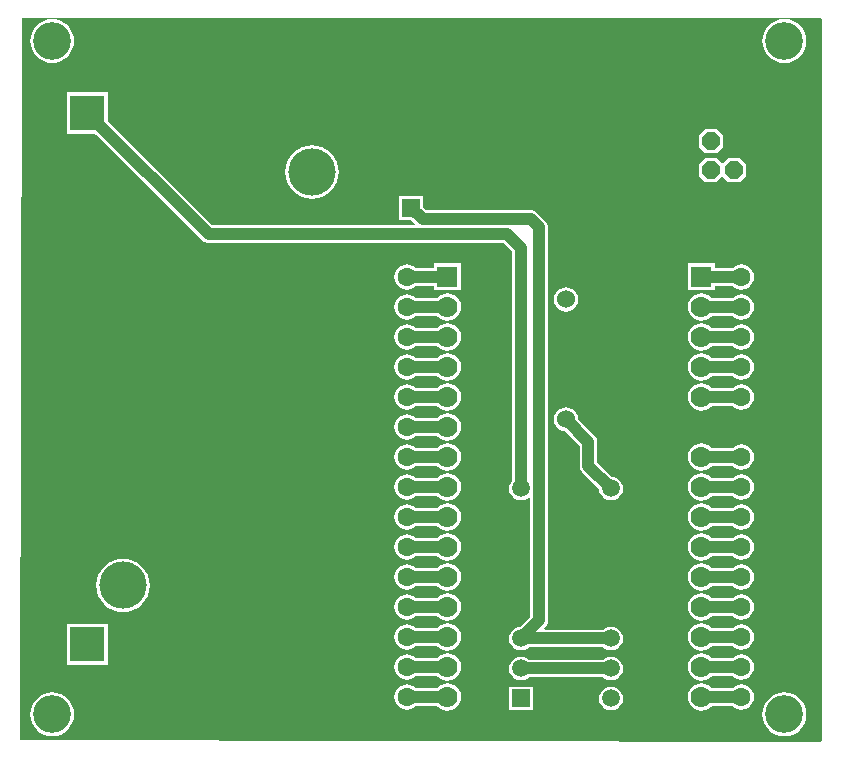
<source format=gbl>
G04 Layer_Physical_Order=2*
G04 Layer_Color=11436288*
%FSLAX24Y24*%
%MOIN*%
G70*
G01*
G75*
%ADD10C,0.0394*%
%ADD12C,0.0600*%
%ADD13R,0.0600X0.0600*%
%ADD14O,0.1969X0.1181*%
%ADD15P,0.0639X8X112.5*%
%ADD16C,0.0700*%
%ADD17R,0.0700X0.0700*%
%ADD18R,0.0591X0.0591*%
%ADD19C,0.0591*%
%ADD20C,0.0630*%
%ADD21C,0.1575*%
%ADD22R,0.1181X0.1181*%
%ADD23C,0.1260*%
G36*
X49297Y34212D02*
X49268Y10138D01*
X49233Y10103D01*
X22588Y10152D01*
X22553Y10187D01*
X22602Y34248D01*
X23616D01*
X23618Y34205D01*
X23618Y34200D01*
D01*
X23619Y34199D01*
X23579Y34194D01*
X23578Y34194D01*
X23578D01*
X23479Y34184D01*
X23341Y34142D01*
X23215Y34074D01*
X23103Y33983D01*
X23012Y33872D01*
X22944Y33745D01*
X22903Y33608D01*
X22889Y33465D01*
X22903Y33321D01*
X22944Y33184D01*
X23012Y33057D01*
X23103Y32946D01*
X23215Y32855D01*
X23341Y32787D01*
X23479Y32745D01*
X23622Y32731D01*
X23765Y32745D01*
X23903Y32787D01*
X24030Y32855D01*
X24141Y32946D01*
X24232Y33057D01*
X24300Y33184D01*
X24341Y33321D01*
X24355Y33465D01*
X24341Y33608D01*
X24300Y33745D01*
X24232Y33872D01*
X24141Y33983D01*
X24030Y34074D01*
X23903Y34142D01*
X23765Y34184D01*
X23666Y34194D01*
X23666D01*
X23665Y34194D01*
X23626Y34199D01*
X23626Y34200D01*
Y34200D01*
X23626Y34205D01*
X23628Y34248D01*
X48026D01*
X48028Y34205D01*
X48028Y34200D01*
D01*
X48028Y34199D01*
X47988Y34194D01*
X47987Y34194D01*
X47987D01*
X47888Y34184D01*
X47751Y34142D01*
X47624Y34074D01*
X47513Y33983D01*
X47422Y33872D01*
X47354Y33745D01*
X47312Y33608D01*
X47298Y33465D01*
X47312Y33321D01*
X47354Y33184D01*
X47422Y33057D01*
X47513Y32946D01*
X47624Y32855D01*
X47751Y32787D01*
X47888Y32745D01*
X48032Y32731D01*
X48175Y32745D01*
X48312Y32787D01*
X48439Y32855D01*
X48550Y32946D01*
X48641Y33057D01*
X48709Y33184D01*
X48751Y33321D01*
X48765Y33465D01*
X48751Y33608D01*
X48709Y33745D01*
X48641Y33872D01*
X48550Y33983D01*
X48439Y34074D01*
X48312Y34142D01*
X48175Y34184D01*
X48076Y34194D01*
X48076D01*
X48075Y34194D01*
X48035Y34199D01*
X48035Y34200D01*
Y34200D01*
X48035Y34205D01*
X48037Y34248D01*
X49262D01*
X49297Y34212D01*
D02*
G37*
%LPC*%
G36*
X25981Y16210D02*
X25807Y16193D01*
X25640Y16142D01*
X25486Y16060D01*
X25351Y15949D01*
X25240Y15814D01*
X25157Y15660D01*
X25107Y15492D01*
X25089Y15318D01*
X25107Y15145D01*
X25157Y14977D01*
X25240Y14823D01*
X25351Y14688D01*
X25486Y14577D01*
X25640Y14495D01*
X25807Y14444D01*
X25981Y14427D01*
X26155Y14444D01*
X26322Y14495D01*
X26477Y14577D01*
X26612Y14688D01*
X26723Y14823D01*
X26805Y14977D01*
X26856Y15145D01*
X26873Y15318D01*
X26856Y15492D01*
X26805Y15660D01*
X26723Y15814D01*
X26612Y15949D01*
X26477Y16060D01*
X26322Y16142D01*
X26155Y16193D01*
X25981Y16210D01*
D02*
G37*
G36*
X36800Y15054D02*
X36683Y15038D01*
X36573Y14993D01*
X36479Y14921D01*
X36463Y14899D01*
X35741D01*
X35659Y14962D01*
X35558Y15004D01*
X35450Y15019D01*
X35342Y15004D01*
X35241Y14962D01*
X35154Y14896D01*
X35088Y14809D01*
X35046Y14708D01*
X35031Y14600D01*
X35046Y14492D01*
X35088Y14391D01*
X35154Y14304D01*
X35241Y14238D01*
X35342Y14196D01*
X35450Y14181D01*
X35558Y14196D01*
X35659Y14238D01*
X35741Y14301D01*
X36463D01*
X36479Y14279D01*
X36573Y14207D01*
X36683Y14162D01*
X36800Y14146D01*
X36917Y14162D01*
X37027Y14207D01*
X37121Y14279D01*
X37193Y14373D01*
X37238Y14483D01*
X37254Y14600D01*
X37238Y14717D01*
X37193Y14827D01*
X37121Y14921D01*
X37027Y14993D01*
X36917Y15038D01*
X36800Y15054D01*
D02*
G37*
G36*
X45265D02*
X45147Y15038D01*
X45038Y14993D01*
X44944Y14921D01*
X44871Y14827D01*
X44826Y14717D01*
X44811Y14600D01*
X44826Y14483D01*
X44871Y14373D01*
X44944Y14279D01*
X45038Y14207D01*
X45147Y14162D01*
X45265Y14146D01*
X45382Y14162D01*
X45491Y14207D01*
X45585Y14279D01*
X45602Y14301D01*
X46309D01*
X46391Y14238D01*
X46492Y14196D01*
X46600Y14181D01*
X46708Y14196D01*
X46809Y14238D01*
X46896Y14304D01*
X46962Y14391D01*
X47004Y14492D01*
X47019Y14600D01*
X47004Y14708D01*
X46962Y14809D01*
X46896Y14896D01*
X46809Y14962D01*
X46708Y15004D01*
X46600Y15019D01*
X46492Y15004D01*
X46391Y14962D01*
X46309Y14899D01*
X45602D01*
X45585Y14921D01*
X45491Y14993D01*
X45382Y15038D01*
X45265Y15054D01*
D02*
G37*
G36*
Y14054D02*
X45147Y14038D01*
X45038Y13993D01*
X44944Y13921D01*
X44871Y13827D01*
X44826Y13717D01*
X44811Y13600D01*
X44826Y13483D01*
X44871Y13373D01*
X44944Y13279D01*
X45038Y13207D01*
X45147Y13162D01*
X45265Y13146D01*
X45382Y13162D01*
X45491Y13207D01*
X45585Y13279D01*
X45602Y13301D01*
X46309D01*
X46391Y13238D01*
X46492Y13196D01*
X46600Y13181D01*
X46708Y13196D01*
X46809Y13238D01*
X46896Y13304D01*
X46962Y13391D01*
X47004Y13492D01*
X47019Y13600D01*
X47004Y13708D01*
X46962Y13809D01*
X46896Y13896D01*
X46809Y13962D01*
X46708Y14004D01*
X46600Y14019D01*
X46492Y14004D01*
X46391Y13962D01*
X46309Y13899D01*
X45602D01*
X45585Y13921D01*
X45491Y13993D01*
X45382Y14038D01*
X45265Y14054D01*
D02*
G37*
G36*
X36800D02*
X36683Y14038D01*
X36573Y13993D01*
X36479Y13921D01*
X36463Y13899D01*
X35741D01*
X35659Y13962D01*
X35558Y14004D01*
X35450Y14019D01*
X35342Y14004D01*
X35241Y13962D01*
X35154Y13896D01*
X35088Y13809D01*
X35046Y13708D01*
X35031Y13600D01*
X35046Y13492D01*
X35088Y13391D01*
X35154Y13304D01*
X35241Y13238D01*
X35342Y13196D01*
X35450Y13181D01*
X35558Y13196D01*
X35659Y13238D01*
X35741Y13301D01*
X36463D01*
X36479Y13279D01*
X36573Y13207D01*
X36683Y13162D01*
X36800Y13146D01*
X36917Y13162D01*
X37027Y13207D01*
X37121Y13279D01*
X37193Y13373D01*
X37238Y13483D01*
X37254Y13600D01*
X37238Y13717D01*
X37193Y13827D01*
X37121Y13921D01*
X37027Y13993D01*
X36917Y14038D01*
X36800Y14054D01*
D02*
G37*
G36*
Y17054D02*
X36683Y17038D01*
X36573Y16993D01*
X36479Y16921D01*
X36463Y16899D01*
X35741D01*
X35659Y16962D01*
X35558Y17004D01*
X35450Y17019D01*
X35342Y17004D01*
X35241Y16962D01*
X35154Y16896D01*
X35088Y16809D01*
X35046Y16708D01*
X35031Y16600D01*
X35046Y16492D01*
X35088Y16391D01*
X35154Y16304D01*
X35241Y16238D01*
X35342Y16196D01*
X35450Y16181D01*
X35558Y16196D01*
X35659Y16238D01*
X35741Y16301D01*
X36463D01*
X36479Y16279D01*
X36573Y16207D01*
X36683Y16162D01*
X36800Y16146D01*
X36917Y16162D01*
X37027Y16207D01*
X37121Y16279D01*
X37193Y16373D01*
X37238Y16483D01*
X37254Y16600D01*
X37238Y16717D01*
X37193Y16827D01*
X37121Y16921D01*
X37027Y16993D01*
X36917Y17038D01*
X36800Y17054D01*
D02*
G37*
G36*
X45265Y18054D02*
X45147Y18038D01*
X45038Y17993D01*
X44944Y17921D01*
X44871Y17827D01*
X44826Y17717D01*
X44811Y17600D01*
X44826Y17483D01*
X44871Y17373D01*
X44944Y17279D01*
X45038Y17207D01*
X45147Y17162D01*
X45265Y17146D01*
X45382Y17162D01*
X45491Y17207D01*
X45585Y17279D01*
X45602Y17301D01*
X46309D01*
X46391Y17238D01*
X46492Y17196D01*
X46600Y17181D01*
X46708Y17196D01*
X46809Y17238D01*
X46896Y17304D01*
X46962Y17391D01*
X47004Y17492D01*
X47019Y17600D01*
X47004Y17708D01*
X46962Y17809D01*
X46896Y17896D01*
X46809Y17962D01*
X46708Y18004D01*
X46600Y18019D01*
X46492Y18004D01*
X46391Y17962D01*
X46309Y17899D01*
X45602D01*
X45585Y17921D01*
X45491Y17993D01*
X45382Y18038D01*
X45265Y18054D01*
D02*
G37*
G36*
Y17054D02*
X45147Y17038D01*
X45038Y16993D01*
X44944Y16921D01*
X44871Y16827D01*
X44826Y16717D01*
X44811Y16600D01*
X44826Y16483D01*
X44871Y16373D01*
X44944Y16279D01*
X45038Y16207D01*
X45147Y16162D01*
X45265Y16146D01*
X45382Y16162D01*
X45491Y16207D01*
X45585Y16279D01*
X45602Y16301D01*
X46309D01*
X46391Y16238D01*
X46492Y16196D01*
X46600Y16181D01*
X46708Y16196D01*
X46809Y16238D01*
X46896Y16304D01*
X46962Y16391D01*
X47004Y16492D01*
X47019Y16600D01*
X47004Y16708D01*
X46962Y16809D01*
X46896Y16896D01*
X46809Y16962D01*
X46708Y17004D01*
X46600Y17019D01*
X46492Y17004D01*
X46391Y16962D01*
X46309Y16899D01*
X45602D01*
X45585Y16921D01*
X45491Y16993D01*
X45382Y17038D01*
X45265Y17054D01*
D02*
G37*
G36*
Y16054D02*
X45147Y16038D01*
X45038Y15993D01*
X44944Y15921D01*
X44871Y15827D01*
X44826Y15717D01*
X44811Y15600D01*
X44826Y15483D01*
X44871Y15373D01*
X44944Y15279D01*
X45038Y15207D01*
X45147Y15162D01*
X45265Y15146D01*
X45382Y15162D01*
X45491Y15207D01*
X45585Y15279D01*
X45602Y15301D01*
X46309D01*
X46391Y15238D01*
X46492Y15196D01*
X46600Y15181D01*
X46708Y15196D01*
X46809Y15238D01*
X46896Y15304D01*
X46962Y15391D01*
X47004Y15492D01*
X47019Y15600D01*
X47004Y15708D01*
X46962Y15809D01*
X46896Y15896D01*
X46809Y15962D01*
X46708Y16004D01*
X46600Y16019D01*
X46492Y16004D01*
X46391Y15962D01*
X46309Y15899D01*
X45602D01*
X45585Y15921D01*
X45491Y15993D01*
X45382Y16038D01*
X45265Y16054D01*
D02*
G37*
G36*
X36800D02*
X36683Y16038D01*
X36573Y15993D01*
X36479Y15921D01*
X36463Y15899D01*
X35741D01*
X35659Y15962D01*
X35558Y16004D01*
X35450Y16019D01*
X35342Y16004D01*
X35241Y15962D01*
X35154Y15896D01*
X35088Y15809D01*
X35046Y15708D01*
X35031Y15600D01*
X35046Y15492D01*
X35088Y15391D01*
X35154Y15304D01*
X35241Y15238D01*
X35342Y15196D01*
X35450Y15181D01*
X35558Y15196D01*
X35659Y15238D01*
X35741Y15301D01*
X36463D01*
X36479Y15279D01*
X36573Y15207D01*
X36683Y15162D01*
X36800Y15146D01*
X36917Y15162D01*
X37027Y15207D01*
X37121Y15279D01*
X37193Y15373D01*
X37238Y15483D01*
X37254Y15600D01*
X37238Y15717D01*
X37193Y15827D01*
X37121Y15921D01*
X37027Y15993D01*
X36917Y16038D01*
X36800Y16054D01*
D02*
G37*
G36*
X25491Y31757D02*
X24109D01*
Y30376D01*
X25067D01*
X28625Y26818D01*
X28687Y26771D01*
X28738Y26750D01*
X28759Y26741D01*
X28837Y26731D01*
X38676D01*
X38951Y26456D01*
Y18809D01*
X38905Y18749D01*
X38865Y18653D01*
X38851Y18550D01*
X38865Y18447D01*
X38905Y18351D01*
X38968Y18268D01*
X39051Y18205D01*
X39147Y18165D01*
X39250Y18151D01*
X39353Y18165D01*
X39449Y18205D01*
X39501Y18244D01*
X39551Y18219D01*
Y14274D01*
X39221Y13945D01*
X39147Y13935D01*
X39051Y13895D01*
X38968Y13832D01*
X38905Y13749D01*
X38865Y13653D01*
X38851Y13550D01*
X38865Y13447D01*
X38905Y13351D01*
X38968Y13268D01*
X39051Y13205D01*
X39147Y13165D01*
X39250Y13151D01*
X39353Y13165D01*
X39449Y13205D01*
X39509Y13251D01*
X41991D01*
X42051Y13205D01*
X42147Y13165D01*
X42250Y13151D01*
X42353Y13165D01*
X42449Y13205D01*
X42532Y13268D01*
X42595Y13351D01*
X42635Y13447D01*
X42649Y13550D01*
X42635Y13653D01*
X42595Y13749D01*
X42532Y13832D01*
X42449Y13895D01*
X42353Y13935D01*
X42250Y13949D01*
X42147Y13935D01*
X42051Y13895D01*
X41991Y13849D01*
X40038D01*
X40019Y13896D01*
X40062Y13938D01*
X40109Y14000D01*
X40122Y14030D01*
X40139Y14073D01*
X40149Y14150D01*
Y27250D01*
X40139Y27327D01*
X40130Y27349D01*
X40109Y27400D01*
X40062Y27462D01*
X39782Y27742D01*
X39720Y27789D01*
X39669Y27810D01*
X39647Y27819D01*
X39570Y27829D01*
X36094D01*
X36000Y27923D01*
Y28300D01*
X35200D01*
Y27500D01*
X35577D01*
X35701Y27376D01*
X35682Y27329D01*
X28961D01*
X25491Y30799D01*
Y31757D01*
D02*
G37*
G36*
X39645Y11945D02*
X38855D01*
Y11155D01*
X39645D01*
Y11945D01*
D02*
G37*
G36*
X45265Y12054D02*
X45147Y12038D01*
X45038Y11993D01*
X44944Y11921D01*
X44871Y11827D01*
X44826Y11717D01*
X44811Y11600D01*
X44826Y11483D01*
X44871Y11373D01*
X44944Y11279D01*
X45038Y11207D01*
X45147Y11162D01*
X45265Y11146D01*
X45382Y11162D01*
X45491Y11207D01*
X45585Y11279D01*
X45602Y11301D01*
X46309D01*
X46391Y11238D01*
X46492Y11196D01*
X46600Y11181D01*
X46708Y11196D01*
X46809Y11238D01*
X46896Y11304D01*
X46962Y11391D01*
X47004Y11492D01*
X47019Y11600D01*
X47004Y11708D01*
X46962Y11809D01*
X46896Y11896D01*
X46809Y11962D01*
X46708Y12004D01*
X46600Y12019D01*
X46492Y12004D01*
X46391Y11962D01*
X46309Y11899D01*
X45602D01*
X45585Y11921D01*
X45491Y11993D01*
X45382Y12038D01*
X45265Y12054D01*
D02*
G37*
G36*
X42250Y11949D02*
X42147Y11935D01*
X42051Y11895D01*
X41968Y11832D01*
X41905Y11749D01*
X41865Y11653D01*
X41851Y11550D01*
X41865Y11447D01*
X41905Y11351D01*
X41968Y11268D01*
X42051Y11205D01*
X42147Y11165D01*
X42250Y11151D01*
X42353Y11165D01*
X42449Y11205D01*
X42532Y11268D01*
X42595Y11351D01*
X42635Y11447D01*
X42649Y11550D01*
X42635Y11653D01*
X42595Y11749D01*
X42532Y11832D01*
X42449Y11895D01*
X42353Y11935D01*
X42250Y11949D01*
D02*
G37*
G36*
X23622Y11757D02*
X23479Y11743D01*
X23341Y11701D01*
X23215Y11633D01*
X23103Y11542D01*
X23012Y11431D01*
X22944Y11304D01*
X22903Y11167D01*
X22889Y11024D01*
X22903Y10881D01*
X22944Y10743D01*
X23012Y10616D01*
X23103Y10505D01*
X23215Y10414D01*
X23341Y10346D01*
X23479Y10304D01*
X23622Y10290D01*
X23765Y10304D01*
X23903Y10346D01*
X24030Y10414D01*
X24141Y10505D01*
X24232Y10616D01*
X24300Y10743D01*
X24341Y10881D01*
X24355Y11024D01*
X24341Y11167D01*
X24300Y11304D01*
X24232Y11431D01*
X24141Y11542D01*
X24030Y11633D01*
X23903Y11701D01*
X23765Y11743D01*
X23622Y11757D01*
D02*
G37*
G36*
X48032D02*
X47888Y11743D01*
X47751Y11701D01*
X47624Y11633D01*
X47513Y11542D01*
X47422Y11431D01*
X47354Y11304D01*
X47312Y11167D01*
X47298Y11024D01*
X47312Y10881D01*
X47354Y10743D01*
X47422Y10616D01*
X47513Y10505D01*
X47624Y10414D01*
X47751Y10346D01*
X47888Y10304D01*
X48032Y10290D01*
X48175Y10304D01*
X48312Y10346D01*
X48439Y10414D01*
X48550Y10505D01*
X48641Y10616D01*
X48709Y10743D01*
X48751Y10881D01*
X48765Y11024D01*
X48751Y11167D01*
X48709Y11304D01*
X48641Y11431D01*
X48550Y11542D01*
X48439Y11633D01*
X48312Y11701D01*
X48175Y11743D01*
X48032Y11757D01*
D02*
G37*
G36*
X42250Y12949D02*
X42147Y12935D01*
X42051Y12895D01*
X41991Y12849D01*
X39509D01*
X39449Y12895D01*
X39353Y12935D01*
X39250Y12949D01*
X39147Y12935D01*
X39051Y12895D01*
X38968Y12832D01*
X38905Y12749D01*
X38865Y12653D01*
X38851Y12550D01*
X38865Y12447D01*
X38905Y12351D01*
X38968Y12268D01*
X39051Y12205D01*
X39147Y12165D01*
X39250Y12151D01*
X39353Y12165D01*
X39449Y12205D01*
X39509Y12251D01*
X41991D01*
X42051Y12205D01*
X42147Y12165D01*
X42250Y12151D01*
X42353Y12165D01*
X42449Y12205D01*
X42532Y12268D01*
X42595Y12351D01*
X42635Y12447D01*
X42649Y12550D01*
X42635Y12653D01*
X42595Y12749D01*
X42532Y12832D01*
X42449Y12895D01*
X42353Y12935D01*
X42250Y12949D01*
D02*
G37*
G36*
X36800Y13054D02*
X36683Y13038D01*
X36573Y12993D01*
X36479Y12921D01*
X36463Y12899D01*
X35741D01*
X35659Y12962D01*
X35558Y13004D01*
X35450Y13019D01*
X35342Y13004D01*
X35241Y12962D01*
X35154Y12896D01*
X35088Y12809D01*
X35046Y12708D01*
X35031Y12600D01*
X35046Y12492D01*
X35088Y12391D01*
X35154Y12304D01*
X35241Y12238D01*
X35342Y12196D01*
X35450Y12181D01*
X35558Y12196D01*
X35659Y12238D01*
X35741Y12301D01*
X36463D01*
X36479Y12279D01*
X36573Y12207D01*
X36683Y12162D01*
X36800Y12146D01*
X36917Y12162D01*
X37027Y12207D01*
X37121Y12279D01*
X37193Y12373D01*
X37238Y12483D01*
X37254Y12600D01*
X37238Y12717D01*
X37193Y12827D01*
X37121Y12921D01*
X37027Y12993D01*
X36917Y13038D01*
X36800Y13054D01*
D02*
G37*
G36*
X25491Y14041D02*
X24109D01*
Y12659D01*
X25491D01*
Y14041D01*
D02*
G37*
G36*
X36800Y12054D02*
X36683Y12038D01*
X36573Y11993D01*
X36479Y11921D01*
X36463Y11899D01*
X35741D01*
X35659Y11962D01*
X35558Y12004D01*
X35450Y12019D01*
X35342Y12004D01*
X35241Y11962D01*
X35154Y11896D01*
X35088Y11809D01*
X35046Y11708D01*
X35031Y11600D01*
X35046Y11492D01*
X35088Y11391D01*
X35154Y11304D01*
X35241Y11238D01*
X35342Y11196D01*
X35450Y11181D01*
X35558Y11196D01*
X35659Y11238D01*
X35741Y11301D01*
X36463D01*
X36479Y11279D01*
X36573Y11207D01*
X36683Y11162D01*
X36800Y11146D01*
X36917Y11162D01*
X37027Y11207D01*
X37121Y11279D01*
X37193Y11373D01*
X37238Y11483D01*
X37254Y11600D01*
X37238Y11717D01*
X37193Y11827D01*
X37121Y11921D01*
X37027Y11993D01*
X36917Y12038D01*
X36800Y12054D01*
D02*
G37*
G36*
X45265Y13054D02*
X45147Y13038D01*
X45038Y12993D01*
X44944Y12921D01*
X44871Y12827D01*
X44826Y12717D01*
X44811Y12600D01*
X44826Y12483D01*
X44871Y12373D01*
X44944Y12279D01*
X45038Y12207D01*
X45147Y12162D01*
X45265Y12146D01*
X45382Y12162D01*
X45491Y12207D01*
X45585Y12279D01*
X45602Y12301D01*
X46309D01*
X46391Y12238D01*
X46492Y12196D01*
X46600Y12181D01*
X46708Y12196D01*
X46809Y12238D01*
X46896Y12304D01*
X46962Y12391D01*
X47004Y12492D01*
X47019Y12600D01*
X47004Y12708D01*
X46962Y12809D01*
X46896Y12896D01*
X46809Y12962D01*
X46708Y13004D01*
X46600Y13019D01*
X46492Y13004D01*
X46391Y12962D01*
X46309Y12899D01*
X45602D01*
X45585Y12921D01*
X45491Y12993D01*
X45382Y13038D01*
X45265Y13054D01*
D02*
G37*
G36*
X40750Y25253D02*
X40646Y25240D01*
X40548Y25199D01*
X40465Y25135D01*
X40401Y25052D01*
X40360Y24954D01*
X40347Y24850D01*
X40360Y24746D01*
X40401Y24648D01*
X40465Y24565D01*
X40548Y24501D01*
X40646Y24460D01*
X40750Y24447D01*
X40854Y24460D01*
X40952Y24501D01*
X41035Y24565D01*
X41099Y24648D01*
X41140Y24746D01*
X41153Y24850D01*
X41140Y24954D01*
X41099Y25052D01*
X41035Y25135D01*
X40952Y25199D01*
X40854Y25240D01*
X40750Y25253D01*
D02*
G37*
G36*
X36800Y25054D02*
X36683Y25038D01*
X36573Y24993D01*
X36479Y24921D01*
X36463Y24899D01*
X35741D01*
X35659Y24962D01*
X35558Y25004D01*
X35450Y25019D01*
X35342Y25004D01*
X35241Y24962D01*
X35154Y24896D01*
X35088Y24809D01*
X35046Y24708D01*
X35031Y24600D01*
X35046Y24492D01*
X35088Y24391D01*
X35154Y24304D01*
X35241Y24238D01*
X35342Y24196D01*
X35450Y24181D01*
X35558Y24196D01*
X35659Y24238D01*
X35741Y24301D01*
X36463D01*
X36479Y24279D01*
X36573Y24207D01*
X36683Y24162D01*
X36800Y24146D01*
X36917Y24162D01*
X37027Y24207D01*
X37121Y24279D01*
X37193Y24373D01*
X37238Y24483D01*
X37254Y24600D01*
X37238Y24717D01*
X37193Y24827D01*
X37121Y24921D01*
X37027Y24993D01*
X36917Y25038D01*
X36800Y25054D01*
D02*
G37*
G36*
X45265D02*
X45147Y25038D01*
X45038Y24993D01*
X44944Y24921D01*
X44871Y24827D01*
X44826Y24717D01*
X44811Y24600D01*
X44826Y24483D01*
X44871Y24373D01*
X44944Y24279D01*
X45038Y24207D01*
X45147Y24162D01*
X45265Y24146D01*
X45382Y24162D01*
X45491Y24207D01*
X45585Y24279D01*
X45602Y24301D01*
X46309D01*
X46391Y24238D01*
X46492Y24196D01*
X46600Y24181D01*
X46708Y24196D01*
X46809Y24238D01*
X46896Y24304D01*
X46962Y24391D01*
X47004Y24492D01*
X47019Y24600D01*
X47004Y24708D01*
X46962Y24809D01*
X46896Y24896D01*
X46809Y24962D01*
X46708Y25004D01*
X46600Y25019D01*
X46492Y25004D01*
X46391Y24962D01*
X46309Y24899D01*
X45602D01*
X45585Y24921D01*
X45491Y24993D01*
X45382Y25038D01*
X45265Y25054D01*
D02*
G37*
G36*
Y24054D02*
X45147Y24038D01*
X45038Y23993D01*
X44944Y23921D01*
X44871Y23827D01*
X44826Y23717D01*
X44811Y23600D01*
X44826Y23483D01*
X44871Y23373D01*
X44944Y23279D01*
X45038Y23207D01*
X45147Y23162D01*
X45265Y23146D01*
X45382Y23162D01*
X45491Y23207D01*
X45585Y23279D01*
X45602Y23301D01*
X46309D01*
X46391Y23238D01*
X46492Y23196D01*
X46600Y23181D01*
X46708Y23196D01*
X46809Y23238D01*
X46896Y23304D01*
X46962Y23391D01*
X47004Y23492D01*
X47019Y23600D01*
X47004Y23708D01*
X46962Y23809D01*
X46896Y23896D01*
X46809Y23962D01*
X46708Y24004D01*
X46600Y24019D01*
X46492Y24004D01*
X46391Y23962D01*
X46309Y23899D01*
X45602D01*
X45585Y23921D01*
X45491Y23993D01*
X45382Y24038D01*
X45265Y24054D01*
D02*
G37*
G36*
X36800D02*
X36683Y24038D01*
X36573Y23993D01*
X36479Y23921D01*
X36463Y23899D01*
X35741D01*
X35659Y23962D01*
X35558Y24004D01*
X35450Y24019D01*
X35342Y24004D01*
X35241Y23962D01*
X35154Y23896D01*
X35088Y23809D01*
X35046Y23708D01*
X35031Y23600D01*
X35046Y23492D01*
X35088Y23391D01*
X35154Y23304D01*
X35241Y23238D01*
X35342Y23196D01*
X35450Y23181D01*
X35558Y23196D01*
X35659Y23238D01*
X35741Y23301D01*
X36463D01*
X36479Y23279D01*
X36573Y23207D01*
X36683Y23162D01*
X36800Y23146D01*
X36917Y23162D01*
X37027Y23207D01*
X37121Y23279D01*
X37193Y23373D01*
X37238Y23483D01*
X37254Y23600D01*
X37238Y23717D01*
X37193Y23827D01*
X37121Y23921D01*
X37027Y23993D01*
X36917Y24038D01*
X36800Y24054D01*
D02*
G37*
G36*
X46558Y29553D02*
X46163D01*
X45967Y29357D01*
X45770Y29553D01*
X45375D01*
X45178Y29356D01*
Y28960D01*
X45375Y28763D01*
X45770D01*
X45967Y28959D01*
X46163Y28763D01*
X46558D01*
X46756Y28960D01*
Y29356D01*
X46558Y29553D01*
D02*
G37*
G36*
X45770Y30537D02*
X45375D01*
X45178Y30340D01*
Y29944D01*
X45375Y29747D01*
X45770D01*
X45968Y29944D01*
Y30340D01*
X45770Y30537D01*
D02*
G37*
G36*
X32280Y29990D02*
X32106Y29973D01*
X31939Y29922D01*
X31785Y29839D01*
X31650Y29729D01*
X31539Y29593D01*
X31456Y29439D01*
X31406Y29272D01*
X31389Y29098D01*
X31406Y28924D01*
X31456Y28757D01*
X31539Y28603D01*
X31650Y28468D01*
X31785Y28357D01*
X31939Y28274D01*
X32106Y28223D01*
X32280Y28206D01*
X32454Y28223D01*
X32622Y28274D01*
X32776Y28357D01*
X32911Y28468D01*
X33022Y28603D01*
X33104Y28757D01*
X33155Y28924D01*
X33172Y29098D01*
X33155Y29272D01*
X33104Y29439D01*
X33022Y29593D01*
X32911Y29729D01*
X32776Y29839D01*
X32622Y29922D01*
X32454Y29973D01*
X32280Y29990D01*
D02*
G37*
G36*
X45715Y26050D02*
X44815D01*
Y25150D01*
X45715D01*
Y25301D01*
X46309D01*
X46391Y25238D01*
X46492Y25196D01*
X46600Y25181D01*
X46708Y25196D01*
X46809Y25238D01*
X46896Y25304D01*
X46962Y25391D01*
X47004Y25492D01*
X47019Y25600D01*
X47004Y25708D01*
X46962Y25809D01*
X46896Y25896D01*
X46809Y25962D01*
X46708Y26004D01*
X46600Y26019D01*
X46492Y26004D01*
X46391Y25962D01*
X46309Y25899D01*
X45715D01*
Y26050D01*
D02*
G37*
G36*
X37250D02*
X36350D01*
Y25899D01*
X35741D01*
X35659Y25962D01*
X35558Y26004D01*
X35450Y26019D01*
X35342Y26004D01*
X35241Y25962D01*
X35154Y25896D01*
X35088Y25809D01*
X35046Y25708D01*
X35031Y25600D01*
X35046Y25492D01*
X35088Y25391D01*
X35154Y25304D01*
X35241Y25238D01*
X35342Y25196D01*
X35450Y25181D01*
X35558Y25196D01*
X35659Y25238D01*
X35741Y25301D01*
X36350D01*
Y25150D01*
X37250D01*
Y26050D01*
D02*
G37*
G36*
X36800Y23054D02*
X36683Y23038D01*
X36573Y22993D01*
X36479Y22921D01*
X36463Y22899D01*
X35741D01*
X35659Y22962D01*
X35558Y23004D01*
X35450Y23019D01*
X35342Y23004D01*
X35241Y22962D01*
X35154Y22896D01*
X35088Y22809D01*
X35046Y22708D01*
X35031Y22600D01*
X35046Y22492D01*
X35088Y22391D01*
X35154Y22304D01*
X35241Y22238D01*
X35342Y22196D01*
X35450Y22181D01*
X35558Y22196D01*
X35659Y22238D01*
X35741Y22301D01*
X36463D01*
X36479Y22279D01*
X36573Y22207D01*
X36683Y22162D01*
X36800Y22146D01*
X36917Y22162D01*
X37027Y22207D01*
X37121Y22279D01*
X37193Y22373D01*
X37238Y22483D01*
X37254Y22600D01*
X37238Y22717D01*
X37193Y22827D01*
X37121Y22921D01*
X37027Y22993D01*
X36917Y23038D01*
X36800Y23054D01*
D02*
G37*
G36*
Y19054D02*
X36683Y19038D01*
X36573Y18993D01*
X36479Y18921D01*
X36463Y18899D01*
X35741D01*
X35659Y18962D01*
X35558Y19004D01*
X35450Y19019D01*
X35342Y19004D01*
X35241Y18962D01*
X35154Y18896D01*
X35088Y18809D01*
X35046Y18708D01*
X35031Y18600D01*
X35046Y18492D01*
X35088Y18391D01*
X35154Y18304D01*
X35241Y18238D01*
X35342Y18196D01*
X35450Y18181D01*
X35558Y18196D01*
X35659Y18238D01*
X35741Y18301D01*
X36463D01*
X36479Y18279D01*
X36573Y18207D01*
X36683Y18162D01*
X36800Y18146D01*
X36917Y18162D01*
X37027Y18207D01*
X37121Y18279D01*
X37193Y18373D01*
X37238Y18483D01*
X37254Y18600D01*
X37238Y18717D01*
X37193Y18827D01*
X37121Y18921D01*
X37027Y18993D01*
X36917Y19038D01*
X36800Y19054D01*
D02*
G37*
G36*
X45265Y20054D02*
X45147Y20038D01*
X45038Y19993D01*
X44944Y19921D01*
X44871Y19827D01*
X44826Y19717D01*
X44811Y19600D01*
X44826Y19483D01*
X44871Y19373D01*
X44944Y19279D01*
X45038Y19207D01*
X45147Y19162D01*
X45265Y19146D01*
X45382Y19162D01*
X45491Y19207D01*
X45585Y19279D01*
X45602Y19301D01*
X46309D01*
X46391Y19238D01*
X46492Y19196D01*
X46600Y19181D01*
X46708Y19196D01*
X46809Y19238D01*
X46896Y19304D01*
X46962Y19391D01*
X47004Y19492D01*
X47019Y19600D01*
X47004Y19708D01*
X46962Y19809D01*
X46896Y19896D01*
X46809Y19962D01*
X46708Y20004D01*
X46600Y20019D01*
X46492Y20004D01*
X46391Y19962D01*
X46309Y19899D01*
X45602D01*
X45585Y19921D01*
X45491Y19993D01*
X45382Y20038D01*
X45265Y20054D01*
D02*
G37*
G36*
Y19054D02*
X45147Y19038D01*
X45038Y18993D01*
X44944Y18921D01*
X44871Y18827D01*
X44826Y18717D01*
X44811Y18600D01*
X44826Y18483D01*
X44871Y18373D01*
X44944Y18279D01*
X45038Y18207D01*
X45147Y18162D01*
X45265Y18146D01*
X45382Y18162D01*
X45491Y18207D01*
X45585Y18279D01*
X45602Y18301D01*
X46309D01*
X46391Y18238D01*
X46492Y18196D01*
X46600Y18181D01*
X46708Y18196D01*
X46809Y18238D01*
X46896Y18304D01*
X46962Y18391D01*
X47004Y18492D01*
X47019Y18600D01*
X47004Y18708D01*
X46962Y18809D01*
X46896Y18896D01*
X46809Y18962D01*
X46708Y19004D01*
X46600Y19019D01*
X46492Y19004D01*
X46391Y18962D01*
X46309Y18899D01*
X45602D01*
X45585Y18921D01*
X45491Y18993D01*
X45382Y19038D01*
X45265Y19054D01*
D02*
G37*
G36*
X36800Y18054D02*
X36683Y18038D01*
X36573Y17993D01*
X36479Y17921D01*
X36463Y17899D01*
X35741D01*
X35659Y17962D01*
X35558Y18004D01*
X35450Y18019D01*
X35342Y18004D01*
X35241Y17962D01*
X35154Y17896D01*
X35088Y17809D01*
X35046Y17708D01*
X35031Y17600D01*
X35046Y17492D01*
X35088Y17391D01*
X35154Y17304D01*
X35241Y17238D01*
X35342Y17196D01*
X35450Y17181D01*
X35558Y17196D01*
X35659Y17238D01*
X35741Y17301D01*
X36463D01*
X36479Y17279D01*
X36573Y17207D01*
X36683Y17162D01*
X36800Y17146D01*
X36917Y17162D01*
X37027Y17207D01*
X37121Y17279D01*
X37193Y17373D01*
X37238Y17483D01*
X37254Y17600D01*
X37238Y17717D01*
X37193Y17827D01*
X37121Y17921D01*
X37027Y17993D01*
X36917Y18038D01*
X36800Y18054D01*
D02*
G37*
G36*
X40750Y21253D02*
X40646Y21240D01*
X40548Y21199D01*
X40465Y21135D01*
X40401Y21052D01*
X40360Y20954D01*
X40347Y20850D01*
X40360Y20746D01*
X40401Y20648D01*
X40465Y20565D01*
X40548Y20501D01*
X40646Y20460D01*
X40727Y20450D01*
X41201Y19976D01*
Y19300D01*
X41211Y19223D01*
X41220Y19201D01*
X41241Y19150D01*
X41288Y19088D01*
X41855Y18521D01*
X41865Y18447D01*
X41905Y18351D01*
X41968Y18268D01*
X42051Y18205D01*
X42147Y18165D01*
X42250Y18151D01*
X42353Y18165D01*
X42449Y18205D01*
X42532Y18268D01*
X42595Y18351D01*
X42635Y18447D01*
X42649Y18550D01*
X42635Y18653D01*
X42595Y18749D01*
X42532Y18832D01*
X42449Y18895D01*
X42353Y18935D01*
X42278Y18945D01*
X41799Y19424D01*
Y20100D01*
X41789Y20177D01*
X41772Y20220D01*
X41759Y20250D01*
X41712Y20312D01*
X41150Y20873D01*
X41140Y20954D01*
X41099Y21052D01*
X41035Y21135D01*
X40952Y21199D01*
X40854Y21240D01*
X40750Y21253D01*
D02*
G37*
G36*
X36800Y22054D02*
X36683Y22038D01*
X36573Y21993D01*
X36479Y21921D01*
X36463Y21899D01*
X35741D01*
X35659Y21962D01*
X35558Y22004D01*
X35450Y22019D01*
X35342Y22004D01*
X35241Y21962D01*
X35154Y21896D01*
X35088Y21809D01*
X35046Y21708D01*
X35031Y21600D01*
X35046Y21492D01*
X35088Y21391D01*
X35154Y21304D01*
X35241Y21238D01*
X35342Y21196D01*
X35450Y21181D01*
X35558Y21196D01*
X35659Y21238D01*
X35741Y21301D01*
X36463D01*
X36479Y21279D01*
X36573Y21207D01*
X36683Y21162D01*
X36800Y21146D01*
X36917Y21162D01*
X37027Y21207D01*
X37121Y21279D01*
X37193Y21373D01*
X37238Y21483D01*
X37254Y21600D01*
X37238Y21717D01*
X37193Y21827D01*
X37121Y21921D01*
X37027Y21993D01*
X36917Y22038D01*
X36800Y22054D01*
D02*
G37*
G36*
X45265Y23054D02*
X45147Y23038D01*
X45038Y22993D01*
X44944Y22921D01*
X44871Y22827D01*
X44826Y22717D01*
X44811Y22600D01*
X44826Y22483D01*
X44871Y22373D01*
X44944Y22279D01*
X45038Y22207D01*
X45147Y22162D01*
X45265Y22146D01*
X45382Y22162D01*
X45491Y22207D01*
X45585Y22279D01*
X45602Y22301D01*
X46309D01*
X46391Y22238D01*
X46492Y22196D01*
X46600Y22181D01*
X46708Y22196D01*
X46809Y22238D01*
X46896Y22304D01*
X46962Y22391D01*
X47004Y22492D01*
X47019Y22600D01*
X47004Y22708D01*
X46962Y22809D01*
X46896Y22896D01*
X46809Y22962D01*
X46708Y23004D01*
X46600Y23019D01*
X46492Y23004D01*
X46391Y22962D01*
X46309Y22899D01*
X45602D01*
X45585Y22921D01*
X45491Y22993D01*
X45382Y23038D01*
X45265Y23054D01*
D02*
G37*
G36*
Y22054D02*
X45147Y22038D01*
X45038Y21993D01*
X44944Y21921D01*
X44871Y21827D01*
X44826Y21717D01*
X44811Y21600D01*
X44826Y21483D01*
X44871Y21373D01*
X44944Y21279D01*
X45038Y21207D01*
X45147Y21162D01*
X45265Y21146D01*
X45382Y21162D01*
X45491Y21207D01*
X45585Y21279D01*
X45602Y21301D01*
X46309D01*
X46391Y21238D01*
X46492Y21196D01*
X46600Y21181D01*
X46708Y21196D01*
X46809Y21238D01*
X46896Y21304D01*
X46962Y21391D01*
X47004Y21492D01*
X47019Y21600D01*
X47004Y21708D01*
X46962Y21809D01*
X46896Y21896D01*
X46809Y21962D01*
X46708Y22004D01*
X46600Y22019D01*
X46492Y22004D01*
X46391Y21962D01*
X46309Y21899D01*
X45602D01*
X45585Y21921D01*
X45491Y21993D01*
X45382Y22038D01*
X45265Y22054D01*
D02*
G37*
G36*
X36800Y20054D02*
X36683Y20038D01*
X36573Y19993D01*
X36479Y19921D01*
X36463Y19899D01*
X35741D01*
X35659Y19962D01*
X35558Y20004D01*
X35450Y20019D01*
X35342Y20004D01*
X35241Y19962D01*
X35154Y19896D01*
X35088Y19809D01*
X35046Y19708D01*
X35031Y19600D01*
X35046Y19492D01*
X35088Y19391D01*
X35154Y19304D01*
X35241Y19238D01*
X35342Y19196D01*
X35450Y19181D01*
X35558Y19196D01*
X35659Y19238D01*
X35741Y19301D01*
X36463D01*
X36479Y19279D01*
X36573Y19207D01*
X36683Y19162D01*
X36800Y19146D01*
X36917Y19162D01*
X37027Y19207D01*
X37121Y19279D01*
X37193Y19373D01*
X37238Y19483D01*
X37254Y19600D01*
X37238Y19717D01*
X37193Y19827D01*
X37121Y19921D01*
X37027Y19993D01*
X36917Y20038D01*
X36800Y20054D01*
D02*
G37*
G36*
Y21054D02*
X36683Y21038D01*
X36573Y20993D01*
X36479Y20921D01*
X36463Y20899D01*
X35741D01*
X35659Y20962D01*
X35558Y21004D01*
X35450Y21019D01*
X35342Y21004D01*
X35241Y20962D01*
X35154Y20896D01*
X35088Y20809D01*
X35046Y20708D01*
X35031Y20600D01*
X35046Y20492D01*
X35088Y20391D01*
X35154Y20304D01*
X35241Y20238D01*
X35342Y20196D01*
X35450Y20181D01*
X35558Y20196D01*
X35659Y20238D01*
X35741Y20301D01*
X36463D01*
X36479Y20279D01*
X36573Y20207D01*
X36683Y20162D01*
X36800Y20146D01*
X36917Y20162D01*
X37027Y20207D01*
X37121Y20279D01*
X37193Y20373D01*
X37238Y20483D01*
X37254Y20600D01*
X37238Y20717D01*
X37193Y20827D01*
X37121Y20921D01*
X37027Y20993D01*
X36917Y21038D01*
X36800Y21054D01*
D02*
G37*
%LPD*%
D10*
X35450Y25600D02*
X36800D01*
X45265D02*
X46600D01*
X45265Y24600D02*
X46600D01*
X45265Y23600D02*
X46600D01*
X45265Y22600D02*
X46600D01*
X45265Y19600D02*
X46600D01*
X45265Y18600D02*
X46600D01*
X45265Y17600D02*
X46600D01*
X45265Y16600D02*
X46600D01*
X45265Y15600D02*
X46600D01*
X45265Y14600D02*
X46600D01*
X45265Y13600D02*
X46600D01*
X45265Y12600D02*
X46600D01*
X45265Y11600D02*
X46600D01*
X35450D02*
X36800D01*
X35450Y12600D02*
X36800D01*
X35450Y13600D02*
X36800D01*
X35450Y14600D02*
X36800D01*
X35450Y15600D02*
X36800D01*
X35450Y16600D02*
X36800D01*
X35450Y17600D02*
X36800D01*
X35450Y18600D02*
X36800D01*
X35450Y19600D02*
X36800D01*
X35450Y20600D02*
X36800D01*
X35450Y21600D02*
X36800D01*
X35450Y22600D02*
X36800D01*
X35450Y23600D02*
X36800D01*
X35450Y24600D02*
X36800D01*
X45265Y21600D02*
X46600D01*
X39250Y12550D02*
X42250D01*
X40750Y20850D02*
X41500Y20100D01*
Y19300D02*
Y20100D01*
Y19300D02*
X42250Y18550D01*
X39250Y13550D02*
X39850Y14150D01*
Y27250D01*
X39570Y27530D02*
X39850Y27250D01*
X35970Y27530D02*
X39570D01*
X35600Y27900D02*
X35970Y27530D01*
X24800Y31067D02*
X28837Y27030D01*
X38800D01*
X39250Y26580D01*
Y18550D02*
Y26580D01*
Y13550D02*
X42250D01*
D12*
X35600Y28900D02*
D03*
X40750Y24850D02*
D03*
Y20850D02*
D03*
D13*
X35600Y27900D02*
D03*
D14*
X47427Y27280D02*
D03*
Y32020D02*
D03*
D15*
X46360Y30142D02*
D03*
X45573D02*
D03*
Y29158D02*
D03*
X46360D02*
D03*
D16*
X45265Y11600D02*
D03*
Y12600D02*
D03*
Y13600D02*
D03*
Y14600D02*
D03*
Y15600D02*
D03*
Y16600D02*
D03*
Y17600D02*
D03*
Y18600D02*
D03*
Y19600D02*
D03*
Y20600D02*
D03*
Y21600D02*
D03*
Y22600D02*
D03*
Y23600D02*
D03*
Y24600D02*
D03*
X36800Y11600D02*
D03*
Y12600D02*
D03*
Y13600D02*
D03*
Y14600D02*
D03*
Y15600D02*
D03*
Y16600D02*
D03*
Y17600D02*
D03*
Y18600D02*
D03*
Y19600D02*
D03*
Y20600D02*
D03*
Y21600D02*
D03*
Y22600D02*
D03*
Y23600D02*
D03*
Y24600D02*
D03*
D17*
X45265Y25600D02*
D03*
X36800D02*
D03*
D18*
X39250Y11550D02*
D03*
D19*
Y12550D02*
D03*
Y13550D02*
D03*
Y14550D02*
D03*
Y15550D02*
D03*
Y16550D02*
D03*
Y17550D02*
D03*
Y18550D02*
D03*
X42250Y11550D02*
D03*
Y12550D02*
D03*
Y13550D02*
D03*
Y14550D02*
D03*
Y15550D02*
D03*
Y16550D02*
D03*
Y17550D02*
D03*
Y18550D02*
D03*
D20*
X46600Y11600D02*
D03*
Y12600D02*
D03*
Y13600D02*
D03*
Y14600D02*
D03*
Y15600D02*
D03*
X35450D02*
D03*
Y14600D02*
D03*
Y13600D02*
D03*
Y12600D02*
D03*
Y11600D02*
D03*
Y20600D02*
D03*
Y19600D02*
D03*
Y18600D02*
D03*
Y17600D02*
D03*
Y16600D02*
D03*
X46600D02*
D03*
Y17600D02*
D03*
Y18600D02*
D03*
Y19600D02*
D03*
Y20600D02*
D03*
Y21600D02*
D03*
Y22600D02*
D03*
Y23600D02*
D03*
Y24600D02*
D03*
Y25600D02*
D03*
X35450D02*
D03*
Y24600D02*
D03*
Y23600D02*
D03*
Y22600D02*
D03*
Y21600D02*
D03*
D21*
X32280Y29098D02*
D03*
X25981Y15318D02*
D03*
D22*
X33461Y31067D02*
D03*
X24800D02*
D03*
X33461Y13350D02*
D03*
X24800D02*
D03*
D23*
X23622Y33465D02*
D03*
Y11024D02*
D03*
X48032D02*
D03*
Y33465D02*
D03*
M02*

</source>
